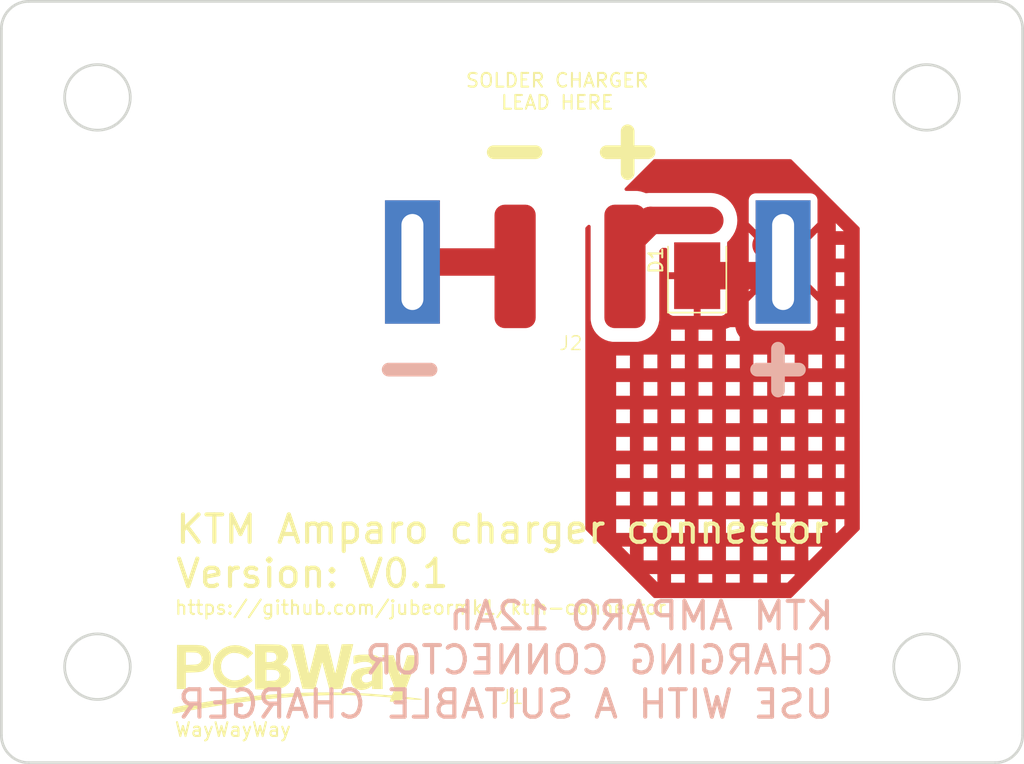
<source format=kicad_pcb>
(kicad_pcb (version 20221018) (generator pcbnew)
  (layers (0 "F.Cu" signal) (31 "B.Cu" signal) (34 "B.Paste" user) (35 "F.Paste" user) (36 "B.SilkS" user "B.Silkscreen") (37 "F.SilkS" user "F.Silkscreen") (38 "B.Mask" user) (39 "F.Mask" user) (44 "Edge.Cuts" user))
  (net 0 "")
  (net 1 "/H_DISIPATION")
  (net 2 "Net-(D1-A)")
  (net 3 "Net-(J1-Pin_1)")
  (footprint "LOGO" (layer "F.Cu") (at 128.905 125.73)
    (fp_text reference "G***" hide)
    (fp_text value "LOGO" hide)
    (fp_poly (pts (xy -7.783334 -2.316647) (xy -7.480338 -2.315621) (xy -7.235558 -2.311471) (xy -7.040559 -2.302569) (xy -6.886907 -2.287284) (xy -6.766169 -2.263988) (xy -6.66991 -2.231051) (xy -6.589696 -2.186844) (xy -6.517093 -2.129737) (xy -6.443666 -2.058101) (xy -6.443355 -2.057779) (xy -6.333896 -1.936247) (xy -6.259837 -1.827576) (xy -6.214533 -1.71326) (xy -6.191344 -1.574794) (xy -6.183627 -1.393672) (xy -6.183334 -1.333333) (xy -6.187925 -1.137145) (xy -6.20614 -0.988733) (xy -6.244642 -0.869568) (xy -6.310097 -0.761124) (xy -6.409166 -0.644875) (xy -6.444212 -0.608014) (xy -6.546446 -0.514132) (xy -6.656033 -0.442391) (xy -6.784155 -0.389545) (xy -6.941994 -0.352345) (xy -7.140732 -0.327543) (xy -7.39155 -0.311893) (xy -7.475 -0.308625) (xy -8 -0.290043) (xy -8 0.304978) (xy -8 0.9) (xy -8.333654 0.9) (xy -8.667307 0.9) (xy -8.658654 -0.708333) (xy -8.652959 -1.766666) (xy -8 -1.766666) (xy -8 -1.312643) (xy -8 -0.858619) (xy -7.590144 -0.872263) (xy -7.403256 -0.880478) (xy -7.268853 -0.892061) (xy -7.172767 -0.909173) (xy -7.100828 -0.93398) (xy -7.065144 -0.952421) (xy -6.939234 -1.057955) (xy -6.866316 -1.189137) (xy -6.845363 -1.332548) (xy -6.87535 -1.474767) (xy -6.95525 -1.602373) (xy -7.084035 -1.701945) (xy -7.12393 -1.720962) (xy -7.225945 -1.745971) (xy -7.389782 -1.761335) (xy -7.611243 -1.766665) (xy -7.615597 -1.766666) (xy -8 -1.766666) (xy -8.652959 -1.766666) (xy -8.65 -2.316666)) (fill solid) (layer "F.SilkS"))
    (fp_poly (pts (xy -4.126402 -2.278554) (xy -3.823262 -2.19751) (xy -3.602716 -2.098594) (xy -3.497634 -2.036106) (xy -3.384426 -1.958738) (xy -3.275917 -1.876688) (xy -3.184931 -1.80015) (xy -3.124291 -1.73932) (xy -3.106822 -1.704395) (xy -3.106845 -1.704346) (xy -3.134275 -1.672924) (xy -3.19808 -1.608858) (xy -3.285653 -1.52473) (xy -3.306398 -1.505208) (xy -3.49613 -1.327324) (xy -3.650521 -1.445211) (xy -3.84106 -1.575904) (xy -4.018207 -1.66064) (xy -4.206052 -1.708592) (xy -4.391016 -1.727225) (xy -4.533795 -1.732567) (xy -4.635776 -1.727398) (xy -4.722575 -1.706963) (xy -4.819812 -1.666509) (xy -4.883189 -1.635892) (xy -5.106871 -1.494971) (xy -5.273225 -1.32015) (xy -5.382943 -1.110311) (xy -5.436716 -0.864336) (xy -5.442856 -0.731513) (xy -5.414116 -0.465465) (xy -5.329653 -0.235751) (xy -5.189935 -0.043127) (xy -4.995434 0.111647) (xy -4.883637 0.171854) (xy -4.756915 0.225242) (xy -4.642083 0.254306) (xy -4.507597 0.265603) (xy -4.427764 0.266641) (xy -4.216303 0.252224) (xy -4.029637 0.20384) (xy -3.846643 0.113861) (xy -3.670387 -0.006907) (xy -3.490774 -0.142459) (xy -3.320387 0.05179) (xy -3.239304 0.148494) (xy -3.179152 0.22836) (xy -3.15087 0.276662) (xy -3.15 0.281208) (xy -3.177098 0.324402) (xy -3.249502 0.3902) (xy -3.353879 0.469488) (xy -3.476897 0.553155) (xy -3.605222 0.632088) (xy -3.725522 0.697174) (xy -3.816118 0.736456) (xy -4.009215 0.785703) (xy -4.238409 0.815233) (xy -4.479593 0.824243) (xy -4.708657 0.811929) (xy -4.901492 0.777488) (xy -4.916667 0.77315) (xy -5.21754 0.651421) (xy -5.477172 0.481138) (xy -5.691985 0.268756) (xy -5.858399 0.020729) (xy -5.972835 -0.256486) (xy -6.031717 -0.556436) (xy -6.031463 -0.872664) (xy -5.982237 -1.148834) (xy -5.875467 -1.435033) (xy -5.717952 -1.685783) (xy -5.517178 -1.898097) (xy -5.28063 -2.068987) (xy -5.015793 -2.195466) (xy -4.730152 -2.274545) (xy -4.431194 -2.303237)) (fill solid) (layer "F.SilkS"))
    (fp_poly (pts (xy 5.348944 -1.610994) (xy 5.559669 -1.598598) (xy 5.726863 -1.5736) (xy 5.861879 -1.533464) (xy 5.976072 -1.475657) (xy 6.080795 -1.397645) (xy 6.091607 -1.388263) (xy 6.156776 -1.328482) (xy 6.208968 -1.2705) (xy 6.249629 -1.206349) (xy 6.280202 -1.128058) (xy 6.302132 -1.027659) (xy 6.316863 -0.897181) (xy 6.325838 -0.728656) (xy 6.330503 -0.514114) (xy 6.3323 -0.245586) (xy 6.332601 -0.058333) (xy 6.333333 0.9) (xy 5.95 0.9) (xy 5.566666 0.9) (xy 5.566666 0.781637) (xy 5.566666 0.663274) (xy 5.457385 0.746627) (xy 5.253519 0.867905) (xy 5.028325 0.943564) (xy 4.797994 0.971082) (xy 4.578713 0.94794) (xy 4.448139 0.903796) (xy 4.272262 0.78913) (xy 4.136849 0.629455) (xy 4.047425 0.436541) (xy 4.009512 0.222156) (xy 4.018628 0.108812) (xy 4.807277 0.108812) (xy 4.813722 0.212698) (xy 4.864331 0.324046) (xy 4.959959 0.396983) (xy 5.08926 0.428698) (xy 5.240886 0.416378) (xy 5.40127 0.358334) (xy 5.55 0.283334) (xy 5.559824 0.020075) (xy 5.569648 -0.243184) (xy 5.328102 -0.220734) (xy 5.109429 -0.182676) (xy 4.949443 -0.114821) (xy 4.848581 -0.017536) (xy 4.807277 0.108812) (xy 4.018628 0.108812) (xy 4.026878 0.006243) (xy 4.087512 -0.178145) (xy 4.188066 -0.330906) (xy 4.333052 -0.454676) (xy 4.526981 -0.552091) (xy 4.774364 -0.625788) (xy 5.079713 -0.678404) (xy 5.226461 -0.694863) (xy 5.363817 -0.710238) (xy 5.474908 -0.726324) (xy 5.5438 -0.740633) (xy 5.557667 -0.746556) (xy 5.567738 -0.798393) (xy 5.537782 -0.873084) (xy 5.479156 -0.951001) (xy 5.404073 -1.012021) (xy 5.273568 -1.059147) (xy 5.099894 -1.080683) (xy 4.901255 -1.077074) (xy 4.695855 -1.048762) (xy 4.501898 -0.996192) (xy 4.48374 -0.989583) (xy 4.368092 -0.950955) (xy 4.276641 -0.928919) (xy 4.226808 -0.927515) (xy 4.223974 -0.929359) (xy 4.212767 -0.973018) (xy 4.206343 -1.065859) (xy 4.205669 -1.190506) (xy 4.2069 -1.236432) (xy 4.216666 -1.516666) (xy 4.383333 -1.563322) (xy 4.507335 -1.585887) (xy 4.69245 -1.602002) (xy 4.933403 -1.611288) (xy 5.083333 -1.613322)) (fill solid) (layer "F.SilkS"))
    (fp_poly (pts (xy -2.058334 -2.360708) (xy -1.787031 -2.357261) (xy -1.573538 -2.353598) (xy -1.408999 -2.348996) (xy -1.284562 -2.342733) (xy -1.191369 -2.334085) (xy -1.120567 -2.322329) (xy -1.063301 -2.306742) (xy -1.010716 -2.286602) (xy -0.978919 -2.272571) (xy -0.796412 -2.166898) (xy -0.668235 -2.035576) (xy -0.584629 -1.870337) (xy -0.541009 -1.652369) (xy -0.558938 -1.435629) (xy -0.634789 -1.233) (xy -0.764934 -1.05737) (xy -0.830067 -0.998617) (xy -0.967339 -0.888303) (xy -0.850268 -0.848056) (xy -0.707937 -0.779079) (xy -0.568431 -0.678506) (xy -0.459631 -0.567209) (xy -0.441943 -0.54238) (xy -0.411866 -0.461622) (xy -0.388814 -0.333636) (xy -0.373784 -0.177587) (xy -0.367777 -0.012639) (xy -0.371791 0.142041) (xy -0.386825 0.267288) (xy -0.397558 0.309265) (xy -0.464775 0.433564) (xy -0.579307 0.564072) (xy -0.725395 0.685412) (xy -0.877195 0.777266) (xy -1.015458 0.831109) (xy -1.186562 0.87636) (xy -1.310746 0.898273) (xy -1.415437 0.908251) (xy -1.562533 0.916679) (xy -1.740824 0.923469) (xy -1.939095 0.928534) (xy -2.146136 0.931784) (xy -2.350733 0.933132) (xy -2.541674 0.93249) (xy -2.707747 0.929769) (xy -2.837739 0.924881) (xy -2.920439 0.917739) (xy -2.944445 0.911111) (xy -2.948849 0.874342) (xy -2.952962 0.777404) (xy -2.956699 0.626795) (xy -2.95997 0.429014) (xy -2.96269 0.190558) (xy -2.96477 -0.082074) (xy -2.966123 -0.382386) (xy -2.96632 -0.5) (xy -2.133334 -0.5) (xy -2.133334 -0.096219) (xy -2.133334 0.307561) (xy -1.784719 0.294657) (xy -1.617499 0.286295) (xy -1.501632 0.273965) (xy -1.421815 0.254814) (xy -1.362742 0.225988) (xy -1.343075 0.212296) (xy -1.268418 0.13333) (xy -1.207988 0.031339) (xy -1.202373 0.017583) (xy -1.174241 -0.075427) (xy -1.176111 -0.154073) (xy -1.20235 -0.24208) (xy -1.253962 -0.346443) (xy -1.329701 -0.420042) (xy -1.439837 -0.467252) (xy -1.594637 -0.492446) (xy -1.804368 -0.499998) (xy -1.807814 -0.5) (xy -2.133334 -0.5) (xy -2.96632 -0.5) (xy -2.966661 -0.703878) (xy -2.966667 -0.741274) (xy -2.966667 -1.775027) (xy -2.133334 -1.775027) (xy -2.133334 -1.420847) (xy -2.133334 -1.066666) (xy -1.934008 -1.066666) (xy -1.79726 -1.076223) (xy -1.663842 -1.100698) (xy -1.599703 -1.120675) (xy -1.487196 -1.180522) (xy -1.425173 -1.259106) (xy -1.401484 -1.375201) (xy -1.4 -1.429283) (xy -1.42551 -1.569926) (xy -1.478187 -1.653846) (xy -1.522215 -1.698578) (xy -1.571887 -1.727016) (xy -1.644293 -1.744101) (xy -1.756523 -1.754775) (xy -1.844854 -1.759885) (xy -2.133334 -1.775027) (xy -2.966667 -1.775027) (xy -2.966667 -2.371436)) (fill solid) (layer "F.SilkS"))
    (fp_poly (pts (xy 4.142039 -2.376544) (xy 4.181807 -2.373665) (xy 4.182318 -2.373357) (xy 4.184913 -2.369338) (xy 4.185636 -2.360173) (xy 4.183238 -2.340742) (xy 4.176471 -2.305929) (xy 4.164085 -2.250615) (xy 4.144832 -2.169682) (xy 4.117461 -2.058011) (xy 4.080725 -1.910485) (xy 4.033374 -1.721984) (xy 3.974158 -1.487392) (xy 3.901829 -1.20159) (xy 3.815138 -0.85946) (xy 3.753593 -0.616666) (xy 3.373347 0.883334) (xy 2.916733 0.9) (xy 2.749984 0.904914) (xy 2.609055 0.906843) (xy 2.506334 0.905787) (xy 2.454206 0.901745) (xy 2.450313 0.9) (xy 2.438626 0.862691) (xy 2.412299 0.768367) (xy 2.373334 0.624567) (xy 2.323734 0.438834) (xy 2.265499 0.218706) (xy 2.200634 -0.028274) (xy 2.131139 -0.294568) (xy 2.059018 -0.572633) (xy 2.049017 -0.611327) (xy 2.007332 -0.770391) (xy 1.971078 -0.904418) (xy 1.94367 -1.001103) (xy 1.92852 -1.048142) (xy 1.927186 -1.050591) (xy 1.916568 -1.022438) (xy 1.891895 -0.937337) (xy 1.855232 -0.803027) (xy 1.808645 -0.627248) (xy 1.754201 -0.41774) (xy 1.693965 -0.182243) (xy 1.668095 -0.080055) (xy 1.420274 0.901751) (xy 0.955032 0.892542) (xy 0.489791 0.883334) (xy 0.080097 -0.732424) (xy 0.000106 -1.049144) (xy -0.074211 -1.345831) (xy -0.14135 -1.616306) (xy -0.199807 -1.85439) (xy -0.248077 -2.053906) (xy -0.284655 -2.208675) (xy -0.308038 -2.312519) (xy -0.316721 -2.35926) (xy -0.316533 -2.361245) (xy -0.279986 -2.366011) (xy -0.192566 -2.368725) (xy -0.070031 -2.369588) (xy 0.071863 -2.368801) (xy 0.217361 -2.366563) (xy 0.350704 -2.363078) (xy 0.456138 -2.358544) (xy 0.517905 -2.353164) (xy 0.527288 -2.350489) (xy 0.536869 -2.315966) (xy 0.55808 -2.224087) (xy 0.589199 -2.082813) (xy 0.628505 -1.900106) (xy 0.674276 -1.683926) (xy 0.724792 -1.442233) (xy 0.750099 -1.320078) (xy 0.802489 -1.067294) (xy 0.851021 -0.834669) (xy 0.893947 -0.630475) (xy 0.929513 -0.462985) (xy 0.955969 -0.340472) (xy 0.971564 -0.27121) (xy 0.974597 -0.259541) (xy 0.985566 -0.280283) (xy 1.010206 -0.358699) (xy 1.046591 -0.487647) (xy 1.092795 -0.659986) (xy 1.146892 -0.868572) (xy 1.206956 -1.106263) (xy 1.252741 -1.291107) (xy 1.516666 -2.365332) (xy 1.938053 -2.365999) (xy 2.359439 -2.366666) (xy 2.382959 -2.275) (xy 2.396491 -2.219917) (xy 2.423255 -2.108982) (xy 2.461095 -1.95121) (xy 2.507852 -1.755614) (xy 2.561369 -1.531209) (xy 2.619491 -1.28701) (xy 2.635234 -1.220783) (xy 2.693305 -0.977661) (xy 2.746738 -0.756305) (xy 2.793532 -0.564821) (xy 2.831684 -0.411317) (xy 2.859193 -0.303897) (xy 2.874058 -0.250668) (xy 2.875817 -0.246404) (xy 2.885408 -0.274816) (xy 2.907155 -0.360905) (xy 2.93933 -0.497146) (xy 2.980205 -0.676011) (xy 3.028052 -0.889973) (xy 3.081143 -1.131506) (xy 3.11745 -1.298817) (xy 3.347254 -2.363059) (xy 3.759858 -2.373196) (xy 3.917982 -2.376304) (xy 4.049736 -2.377422)) (fill solid) (layer "F.SilkS"))
    (fp_poly (pts (xy 7.368057 -0.841667) (xy 7.437778 -0.633121) (xy 7.501555 -0.445817) (xy 7.556133 -0.28904) (xy 7.598255 -0.172076) (xy 7.624663 -0.104212) (xy 7.631219 -0.091277) (xy 7.647164 -0.114223) (xy 7.679389 -0.192431) (xy 7.724848 -0.317356) (xy 7.780499 -0.480455) (xy 7.843297 -0.673184) (xy 7.880579 -0.791277) (xy 7.946578 -1.000499) (xy 8.00714 -1.188383) (xy 8.059137 -1.345554) (xy 8.099442 -1.462637) (xy 8.124927 -1.530257) (xy 8.131295 -1.542772) (xy 8.172423 -1.552314) (xy 8.265937 -1.558606) (xy 8.397612 -1.561071) (xy 8.541144 -1.559439) (xy 8.926744 -1.55) (xy 8.653505 -0.816666) (xy 8.474477 -0.335381) (xy 8.318719 0.085076) (xy 8.18571 0.446153) (xy 8.074927 0.749298) (xy 7.985846 0.995959) (xy 7.917947 1.187585) (xy 7.870706 1.325623) (xy 7.843601 1.411521) (xy 7.836109 1.446728) (xy 7.836504 1.447616) (xy 7.87246 1.455583) (xy 7.964233 1.46943) (xy 8.101375 1.487765) (xy 8.273435 1.509193) (xy 8.469963 1.532321) (xy 8.48359 1.53388) (xy 8.726519 1.561835) (xy 8.910104 1.58391) (xy 9.041265 1.601547) (xy 9.126919 1.616188) (xy 9.173988 1.629274) (xy 9.18939 1.642248) (xy 9.180045 1.65655) (xy 9.153247 1.673411) (xy 9.097986 1.683289) (xy 8.987669 1.686365) (xy 8.833498 1.683212) (xy 8.646673 1.674401) (xy 8.438398 1.660505) (xy 8.219874 1.642095) (xy 8.002301 1.619744) (xy 7.925088 1.610688) (xy 7.828814 1.601585) (xy 7.77553 1.612316) (xy 7.742112 1.654145) (xy 7.716307 1.712384) (xy 7.665771 1.833334) (xy 7.271774 1.833334) (xy 7.116277 1.831784) (xy 6.986286 1.827567) (xy 6.895645 1.821332) (xy 6.858392 1.813948) (xy 6.857266 1.773641) (xy 6.879264 1.698968) (xy 6.88617 1.681685) (xy 6.922349 1.585809) (xy 6.922088 1.534797) (xy 6.877012 1.513045) (xy 6.791666 1.50561) (xy 6.711478 1.50044) (xy 6.579188 1.490827) (xy 6.409131 1.47786) (xy 6.215641 1.462625) (xy 6.066666 1.450602) (xy 4.912987 1.378085) (xy 3.705689 1.344333) (xy 2.445372 1.349325) (xy 1.13264 1.393039) (xy -0.231907 1.475451) (xy -1.647666 1.596541) (xy -3.114036 1.756285) (xy -3.483334 1.801615) (xy -3.822452 1.845942) (xy -4.202603 1.89879) (xy -4.615091 1.958736) (xy -5.051219 2.024359) (xy -5.50229 2.094235) (xy -5.959606 2.166942) (xy -6.414471 2.241058) (xy -6.858188 2.31516) (xy -7.282059 2.387825) (xy -7.677387 2.457631) (xy -8.035476 2.523156) (xy -8.347629 2.582976) (xy -8.605147 2.63567) (xy -8.673247 2.650496) (xy -8.827608 2.682572) (xy -8.926604 2.696826) (xy -8.979083 2.693364) (xy -8.99389 2.672292) (xy -8.989582 2.654262) (xy -8.974058 2.594555) (xy -8.95597 2.499077) (xy -8.949724 2.459777) (xy -8.931167 2.360851) (xy -8.910927 2.288271) (xy -8.904042 2.273206) (xy -8.861465 2.252025) (xy -8.758501 2.223037) (xy -8.600853 2.187184) (xy -8.394224 2.145413) (xy -8.144316 2.098667) (xy -7.856833 2.047891) (xy -7.537476 1.99403) (xy -7.191949 1.938028) (xy -6.825954 1.88083) (xy -6.445195 1.82338) (xy -6.055374 1.766623) (xy -5.662193 1.711504) (xy -5.271356 1.658967) (xy -4.934467 1.615694) (xy -3.627351 1.463826) (xy -2.365159 1.342212) (xy -1.133934 1.249842) (xy 0.080281 1.185709) (xy 1.291444 1.148804) (xy 1.6 1.143649) (xy 2.864055 1.141443) (xy 4.094209 1.171484) (xy 5.31543 1.234734) (xy 6.552688 1.332155) (xy 6.596054 1.336146) (xy 6.74894 1.347824) (xy 6.877154 1.353006) (xy 6.96636 1.351414) (xy 7.001464 1.343946) (xy 7.028308 1.297851) (xy 7.068753 1.209579) (xy 7.114471 1.099851) (xy 7.157133 0.989386) (xy 7.188412 0.898903) (xy 7.2 0.850026) (xy 7.188557 0.81049) (xy 7.156117 0.716438) (xy 7.10551 0.575617) (xy 7.039565 0.395773) (xy 6.961113 0.184653) (xy 6.872983 -0.049996) (xy 6.821557 -0.185893) (xy 6.725486 -0.439236) (xy 6.633812 -0.681237) (xy 6.550084 -0.902508) (xy 6.47785 -1.093665) (xy 6.420657 -1.245322) (xy 6.382055 -1.348093) (xy 6.372025 -1.375) (xy 6.300935 -1.566666) (xy 6.714362 -1.566667) (xy 7.127789 -1.566667)) (fill solid) (layer "F.SilkS"))
  )
  (footprint "libs:KTM-Connector" (layer "F.Cu") (at 144.521999 104.250015)
    (fp_text reference "J1" (at 0.138001 22.969986 unlocked) (layer "F.SilkS") (effects (font (thickness 0.1))))
    (fp_text value "Conn_01x02_Pin")
    (fp_line (start -37.061998 -25.750014) (end -37.061998 25.750013) (stroke (width 0.2)) (layer "Edge.Cuts"))
    (fp_line (start -35.061998 27.750013) (end 35.338 27.750013) (stroke (width 0.2)) (layer "Edge.Cuts"))
    (fp_line (start 35.338 -27.750014) (end -35.061998 -27.750014) (stroke (width 0.2)) (layer "Edge.Cuts"))
    (fp_line (start 37.338 25.750013) (end 37.338 -25.750014) (stroke (width 0.2)) (layer "Edge.Cuts"))
    (fp_arc (start -37.061998 -25.750014) (mid -36.476212 -27.164228) (end -35.061998 -27.750014) (stroke (width 0.2)) (layer "Edge.Cuts"))
    (fp_arc (start -35.061998 27.750013) (mid -36.476212 27.164227) (end -37.061998 25.750013) (stroke (width 0.2)) (layer "Edge.Cuts"))
    (fp_arc (start 35.338 -27.750014) (mid 36.752219 -27.164228) (end 37.338 -25.750014) (stroke (width 0.2)) (layer "Edge.Cuts"))
    (fp_arc (start 37.338 25.750013) (mid 36.752198 27.16421) (end 35.338 27.750013) (stroke (width 0.2)) (layer "Edge.Cuts"))
    (fp_circle (center -30.061998 -20.750014) (end -27.671977 -20.750014) (stroke (width 0.2)) (fill none) (layer "Edge.Cuts"))
    (fp_circle (center -30.061998 20.750012) (end -27.671977 20.750012) (stroke (width 0.2)) (fill none) (layer "Edge.Cuts"))
    (fp_circle (center 30.338 -20.750014) (end 32.728021 -20.750014) (stroke (width 0.2)) (fill none) (layer "Edge.Cuts"))
    (fp_circle (center 30.338 20.750012) (end 32.728021 20.750012) (stroke (width 0.2)) (fill none) (layer "Edge.Cuts"))
    (pad "1" thru_hole custom (at -7.116999 -8.750015) (size 4 9) (drill oval 1.6 7) (layers "*.Cu" "*.Mask") (net 3 "Net-(J1-Pin_1)") (options (clearance outline) (anchor rect)) (primitives))
    (pad "2" thru_hole custom (at 19.888001 -8.750015) (size 4 9) (drill oval 1.6 7) (layers "*.Cu" "*.Mask") (net 1 "/H_DISIPATION") (options (clearance outline) (anchor rect)) (primitives))
  )
  (footprint "Diode_SMD:D_PowerDI-5" (layer "F.Cu") (at 158.15 95.3775 90)
    (fp_text reference "D1" (at 0 -3 90) (layer "F.SilkS"))
    (fp_text value "D_Schottky")
    (fp_line (start -3.81 2.125) (end -3.81 -2.125) (stroke (width 0.12)) (layer "F.SilkS"))
    (fp_line (start -3.81 2.125) (end 1 2.125) (stroke (width 0.12)) (layer "F.SilkS"))
    (fp_line (start 1 -2.125) (end -3.81 -2.125) (stroke (width 0.12)) (layer "F.SilkS"))
    (pad "1" smd rect (at -1.12 0 270) (size 4.86 3.36) (layers "F.Cu" "F.Paste" "F.Mask") (net 1 "/H_DISIPATION"))
    (pad "2" smd rect (at 2.862 -0.92 270) (size 1.4 1.39) (layers "F.Cu" "F.Paste" "F.Mask") (net 2 "Net-(D1-A)"))
    (pad "2" smd rect (at 2.862 0.92 270) (size 1.4 1.39) (layers "F.Cu" "F.Paste" "F.Mask") (net 2 "Net-(D1-A)"))
  )
  (footprint "libs:Big Solder Pins" (layer "F.Cu") (at 148.95 101.92)
    (fp_text reference "J2" (at 0 -0.5 unlocked) (layer "F.SilkS") (effects (font (thickness 0.1))))
    (fp_text value "Conn_01x02_Pin")
    (pad "1" smd roundrect (at -4.064 -6.1) (size 3 9) (layers "F.Cu" "F.Paste" "F.Mask") (net 3 "Net-(J1-Pin_1)"))
    (pad "2" smd roundrect (at 3.94 -6.1) (size 3 9) (layers "F.Cu" "F.Paste" "F.Mask") (net 2 "Net-(D1-A)"))
  )
  (gr_text "KTM AMPARO 12Ah\nCHARGING CONNECTOR\nUSE WITH A SUITABLE CHARGER" (at 168.275 128.905) (layer "B.SilkS") (effects (font (size 2 2) (thickness 0.3)) (justify left bottom mirror)))
  (gr_text "+" (at 167.17238 105.41) (layer "B.SilkS") (effects (font (size 4 4) (thickness 1) bold) (justify left bottom mirror)))
  (gr_text "-" (at 140.335 105.41) (layer "B.SilkS") (effects (font (size 4 4) (thickness 1) bold) (justify left bottom mirror)))
  (gr_text "WayWayWay" (at 120.015 130.175) (layer "F.SilkS") (effects (font (size 1 1)) (justify left bottom)))
  (gr_text "https://github.com/jubeormk1/ktm-connector" (at 120.015 121.285) (layer "F.SilkS") (effects (font (size 1 1)) (justify left bottom)))
  (gr_text "SOLDER CHARGER\nLEAD HERE" (at 147.955 84.455) (layer "F.SilkS") (effects (font (size 1 1)) (justify bottom)))
  (gr_text "+" (at 149.95 89.56) (layer "F.SilkS") (effects (font (size 4 4) (thickness 1) bold) (justify left bottom)))
  (gr_text "-" (at 141.72 89.56) (layer "F.SilkS") (effects (font (size 4 4) (thickness 1) bold) (justify left bottom)))
  (gr_text "KTM Amparo charger connector\nVersion: V0.1" (at 120.015 119.38) (layer "F.SilkS") (effects (font (size 2 2) (thickness 0.3)) (justify left bottom)))
  (segment (start 163.1675 94.2575) (end 164.41 95.5) (width 2) (layer "F.Cu") (net 1))
  (segment (start 163.4125 96.4975) (end 164.41 95.5) (width 2) (layer "F.Cu") (net 1))
  (segment (start 158.15 96.4975) (end 163.4125 96.4975) (width 2) (layer "F.Cu") (net 1))
  (segment (start 154.7525 92.4675) (end 159.07 92.4675) (width 2) (layer "F.Cu") (net 2))
  (segment (start 152.89 94.33) (end 154.7525 92.4675) (width 2) (layer "F.Cu") (net 2))
  (segment (start 152.89 95.82) (end 152.89 94.33) (width 2) (layer "F.Cu") (net 2))
  (segment (start 152.89 95.82) (end 152.89 97.94) (width 1.5) (layer "F.Cu") (net 2))
  (segment (start 144.476001 95.410001) (end 144.886 95.82) (width 1.5) (layer "F.Cu") (net 3))
  (segment (start 144.566 95.5) (end 144.886 95.82) (width 2) (layer "F.Cu") (net 3))
  (segment (start 137.43 95.435001) (end 137.405 95.410001) (width 1.5) (layer "F.Cu") (net 3))
  (segment (start 137.707001 95.108) (end 137.405 95.410001) (width 1.6) (layer "F.Cu") (net 3))
  (segment (start 137.405 95.5) (end 144.566 95.5) (width 2) (layer "F.Cu") (net 3))
  (zone (net 1) (net_name "/H_DISIPATION") (layer "F.Cu") (connect_pads (clearance 1)) (min_thickness 0.25) (fill yes (mode hatch) (thermal_gap 0.5) (thermal_bridge_width 0.5) (smoothing chamfer) (radius 5) (island_removal_mode 2) (island_area_min 5) (hatch_thickness 1) (hatch_gap 1) (hatch_orientation 0) (hatch_border_algorithm hatch_thickness) (hatch_min_hole_area 0.3))
    (polygon (pts (xy 150 88) (xy 150 120) (xy 170 120) (xy 169.99 88)))
  )
)
</source>
